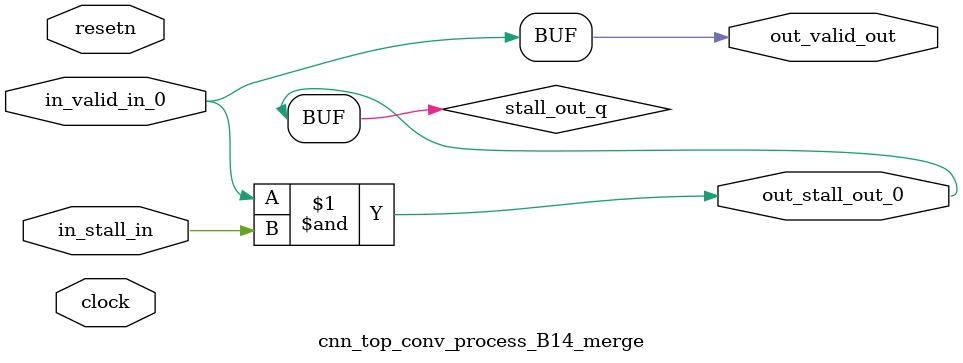
<source format=sv>



(* altera_attribute = "-name AUTO_SHIFT_REGISTER_RECOGNITION OFF; -name MESSAGE_DISABLE 10036; -name MESSAGE_DISABLE 10037; -name MESSAGE_DISABLE 14130; -name MESSAGE_DISABLE 14320; -name MESSAGE_DISABLE 15400; -name MESSAGE_DISABLE 14130; -name MESSAGE_DISABLE 10036; -name MESSAGE_DISABLE 12020; -name MESSAGE_DISABLE 12030; -name MESSAGE_DISABLE 12010; -name MESSAGE_DISABLE 12110; -name MESSAGE_DISABLE 14320; -name MESSAGE_DISABLE 13410; -name MESSAGE_DISABLE 113007; -name MESSAGE_DISABLE 10958" *)
module cnn_top_conv_process_B14_merge (
    input wire [0:0] in_stall_in,
    input wire [0:0] in_valid_in_0,
    output wire [0:0] out_stall_out_0,
    output wire [0:0] out_valid_out,
    input wire clock,
    input wire resetn
    );

    wire [0:0] stall_out_q;


    // stall_out(LOGICAL,6)
    assign stall_out_q = in_valid_in_0 & in_stall_in;

    // out_stall_out_0(GPOUT,4)
    assign out_stall_out_0 = stall_out_q;

    // out_valid_out(GPOUT,5)
    assign out_valid_out = in_valid_in_0;

endmodule

</source>
